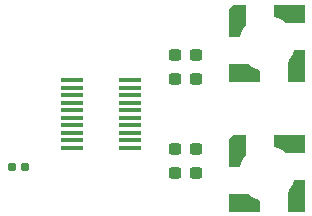
<source format=gtp>
G04 #@! TF.GenerationSoftware,KiCad,Pcbnew,(6.0.7-1)-1*
G04 #@! TF.CreationDate,2024-08-15T11:28:19+03:00*
G04 #@! TF.ProjectId,Induction,496e6475-6374-4696-9f6e-2e6b69636164,rev?*
G04 #@! TF.SameCoordinates,Original*
G04 #@! TF.FileFunction,Paste,Top*
G04 #@! TF.FilePolarity,Positive*
%FSLAX46Y46*%
G04 Gerber Fmt 4.6, Leading zero omitted, Abs format (unit mm)*
G04 Created by KiCad (PCBNEW (6.0.7-1)-1) date 2024-08-15 11:28:19*
%MOMM*%
%LPD*%
G01*
G04 APERTURE LIST*
G04 Aperture macros list*
%AMRoundRect*
0 Rectangle with rounded corners*
0 $1 Rounding radius*
0 $2 $3 $4 $5 $6 $7 $8 $9 X,Y pos of 4 corners*
0 Add a 4 corners polygon primitive as box body*
4,1,4,$2,$3,$4,$5,$6,$7,$8,$9,$2,$3,0*
0 Add four circle primitives for the rounded corners*
1,1,$1+$1,$2,$3*
1,1,$1+$1,$4,$5*
1,1,$1+$1,$6,$7*
1,1,$1+$1,$8,$9*
0 Add four rect primitives between the rounded corners*
20,1,$1+$1,$2,$3,$4,$5,0*
20,1,$1+$1,$4,$5,$6,$7,0*
20,1,$1+$1,$6,$7,$8,$9,0*
20,1,$1+$1,$8,$9,$2,$3,0*%
G04 Aperture macros list end*
%ADD10C,0.001000*%
%ADD11RoundRect,0.237500X0.300000X0.237500X-0.300000X0.237500X-0.300000X-0.237500X0.300000X-0.237500X0*%
%ADD12R,1.981200X0.355600*%
%ADD13RoundRect,0.155000X-0.212500X-0.155000X0.212500X-0.155000X0.212500X0.155000X-0.212500X0.155000X0*%
G04 APERTURE END LIST*
G36*
X162200000Y-74411000D02*
G01*
X162062000Y-74582000D01*
X161952000Y-74744000D01*
X161851000Y-74925000D01*
X161779000Y-75086000D01*
X161682000Y-75370000D01*
X161674000Y-75400000D01*
X160800000Y-75400000D01*
X160800000Y-73200000D01*
X161200000Y-72800000D01*
X162200000Y-72800000D01*
X162200000Y-74411000D01*
G37*
D10*
X162200000Y-74411000D02*
X162062000Y-74582000D01*
X161952000Y-74744000D01*
X161851000Y-74925000D01*
X161779000Y-75086000D01*
X161682000Y-75370000D01*
X161674000Y-75400000D01*
X160800000Y-75400000D01*
X160800000Y-73200000D01*
X161200000Y-72800000D01*
X162200000Y-72800000D01*
X162200000Y-74411000D01*
G36*
X162582000Y-77938000D02*
G01*
X162699000Y-78019000D01*
X162877000Y-78124000D01*
X163101000Y-78228000D01*
X163287000Y-78294000D01*
X163400000Y-78325000D01*
X163400000Y-79200000D01*
X160800000Y-79200000D01*
X160800000Y-77800000D01*
X162411000Y-77800000D01*
X162582000Y-77938000D01*
G37*
X162582000Y-77938000D02*
X162699000Y-78019000D01*
X162877000Y-78124000D01*
X163101000Y-78228000D01*
X163287000Y-78294000D01*
X163400000Y-78325000D01*
X163400000Y-79200000D01*
X160800000Y-79200000D01*
X160800000Y-77800000D01*
X162411000Y-77800000D01*
X162582000Y-77938000D01*
G36*
X167200000Y-74200000D02*
G01*
X165588000Y-74200000D01*
X165419000Y-74063000D01*
X165316000Y-73990000D01*
X165152000Y-73891000D01*
X164894000Y-73768000D01*
X164657000Y-73688000D01*
X164600000Y-73676000D01*
X164600000Y-72800000D01*
X167200000Y-72800000D01*
X167200000Y-74200000D01*
G37*
X167200000Y-74200000D02*
X165588000Y-74200000D01*
X165419000Y-74063000D01*
X165316000Y-73990000D01*
X165152000Y-73891000D01*
X164894000Y-73768000D01*
X164657000Y-73688000D01*
X164600000Y-73676000D01*
X164600000Y-72800000D01*
X167200000Y-72800000D01*
X167200000Y-74200000D01*
G36*
X167200000Y-79200000D02*
G01*
X165800000Y-79200000D01*
X165800000Y-77589000D01*
X165867000Y-77511000D01*
X165946000Y-77408000D01*
X166088000Y-77190000D01*
X166219000Y-76921000D01*
X166301000Y-76689000D01*
X166326000Y-76600000D01*
X167200000Y-76600000D01*
X167200000Y-79200000D01*
G37*
X167200000Y-79200000D02*
X165800000Y-79200000D01*
X165800000Y-77589000D01*
X165867000Y-77511000D01*
X165946000Y-77408000D01*
X166088000Y-77190000D01*
X166219000Y-76921000D01*
X166301000Y-76689000D01*
X166326000Y-76600000D01*
X167200000Y-76600000D01*
X167200000Y-79200000D01*
G36*
X162582000Y-66938000D02*
G01*
X162699000Y-67019000D01*
X162877000Y-67124000D01*
X163101000Y-67228000D01*
X163287000Y-67294000D01*
X163400000Y-67325000D01*
X163400000Y-68200000D01*
X160800000Y-68200000D01*
X160800000Y-66800000D01*
X162411000Y-66800000D01*
X162582000Y-66938000D01*
G37*
X162582000Y-66938000D02*
X162699000Y-67019000D01*
X162877000Y-67124000D01*
X163101000Y-67228000D01*
X163287000Y-67294000D01*
X163400000Y-67325000D01*
X163400000Y-68200000D01*
X160800000Y-68200000D01*
X160800000Y-66800000D01*
X162411000Y-66800000D01*
X162582000Y-66938000D01*
G36*
X167200000Y-68200000D02*
G01*
X165800000Y-68200000D01*
X165800000Y-66589000D01*
X165867000Y-66511000D01*
X165946000Y-66408000D01*
X166088000Y-66190000D01*
X166219000Y-65921000D01*
X166301000Y-65689000D01*
X166326000Y-65600000D01*
X167200000Y-65600000D01*
X167200000Y-68200000D01*
G37*
X167200000Y-68200000D02*
X165800000Y-68200000D01*
X165800000Y-66589000D01*
X165867000Y-66511000D01*
X165946000Y-66408000D01*
X166088000Y-66190000D01*
X166219000Y-65921000D01*
X166301000Y-65689000D01*
X166326000Y-65600000D01*
X167200000Y-65600000D01*
X167200000Y-68200000D01*
G36*
X162200000Y-63411000D02*
G01*
X162062000Y-63582000D01*
X161952000Y-63744000D01*
X161851000Y-63925000D01*
X161779000Y-64086000D01*
X161682000Y-64370000D01*
X161674000Y-64400000D01*
X160800000Y-64400000D01*
X160800000Y-62200000D01*
X161200000Y-61800000D01*
X162200000Y-61800000D01*
X162200000Y-63411000D01*
G37*
X162200000Y-63411000D02*
X162062000Y-63582000D01*
X161952000Y-63744000D01*
X161851000Y-63925000D01*
X161779000Y-64086000D01*
X161682000Y-64370000D01*
X161674000Y-64400000D01*
X160800000Y-64400000D01*
X160800000Y-62200000D01*
X161200000Y-61800000D01*
X162200000Y-61800000D01*
X162200000Y-63411000D01*
G36*
X167200000Y-63200000D02*
G01*
X165588000Y-63200000D01*
X165419000Y-63063000D01*
X165316000Y-62990000D01*
X165152000Y-62891000D01*
X164894000Y-62768000D01*
X164657000Y-62688000D01*
X164600000Y-62676000D01*
X164600000Y-61800000D01*
X167200000Y-61800000D01*
X167200000Y-63200000D01*
G37*
X167200000Y-63200000D02*
X165588000Y-63200000D01*
X165419000Y-63063000D01*
X165316000Y-62990000D01*
X165152000Y-62891000D01*
X164894000Y-62768000D01*
X164657000Y-62688000D01*
X164600000Y-62676000D01*
X164600000Y-61800000D01*
X167200000Y-61800000D01*
X167200000Y-63200000D01*
D11*
X158000000Y-66000000D03*
X156275000Y-66000000D03*
X158000000Y-68000000D03*
X156275000Y-68000000D03*
X158000000Y-76000000D03*
X156275000Y-76000000D03*
D12*
X147536200Y-68142500D03*
X147536200Y-68777500D03*
X147536200Y-69412500D03*
X147536200Y-70047500D03*
X147536200Y-70682500D03*
X147536200Y-71317500D03*
X147536200Y-71952500D03*
X147536200Y-72587500D03*
X147536200Y-73222500D03*
X147536200Y-73857500D03*
X152463800Y-73857500D03*
X152463800Y-73222500D03*
X152463800Y-72587500D03*
X152463800Y-71952500D03*
X152463800Y-71317500D03*
X152463800Y-70682500D03*
X152463800Y-70047500D03*
X152463800Y-69412500D03*
X152463800Y-68777500D03*
X152463800Y-68142500D03*
D13*
X142432500Y-75500000D03*
X143567500Y-75500000D03*
D11*
X158000000Y-74000000D03*
X156275000Y-74000000D03*
M02*

</source>
